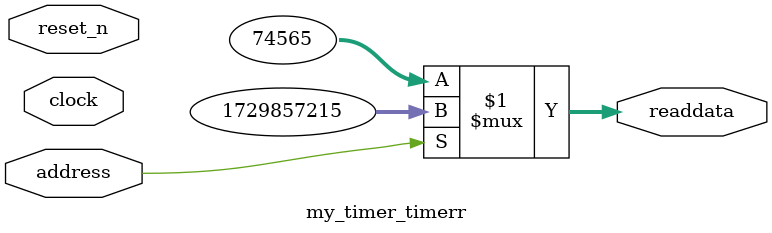
<source format=v>



// synthesis translate_off
`timescale 1ns / 1ps
// synthesis translate_on

// turn off superfluous verilog processor warnings 
// altera message_level Level1 
// altera message_off 10034 10035 10036 10037 10230 10240 10030 

module my_timer_timerr (
               // inputs:
                address,
                clock,
                reset_n,

               // outputs:
                readdata
             )
;

  output  [ 31: 0] readdata;
  input            address;
  input            clock;
  input            reset_n;

  wire    [ 31: 0] readdata;
  //control_slave, which is an e_avalon_slave
  assign readdata = address ? 1729857215 : 74565;

endmodule



</source>
